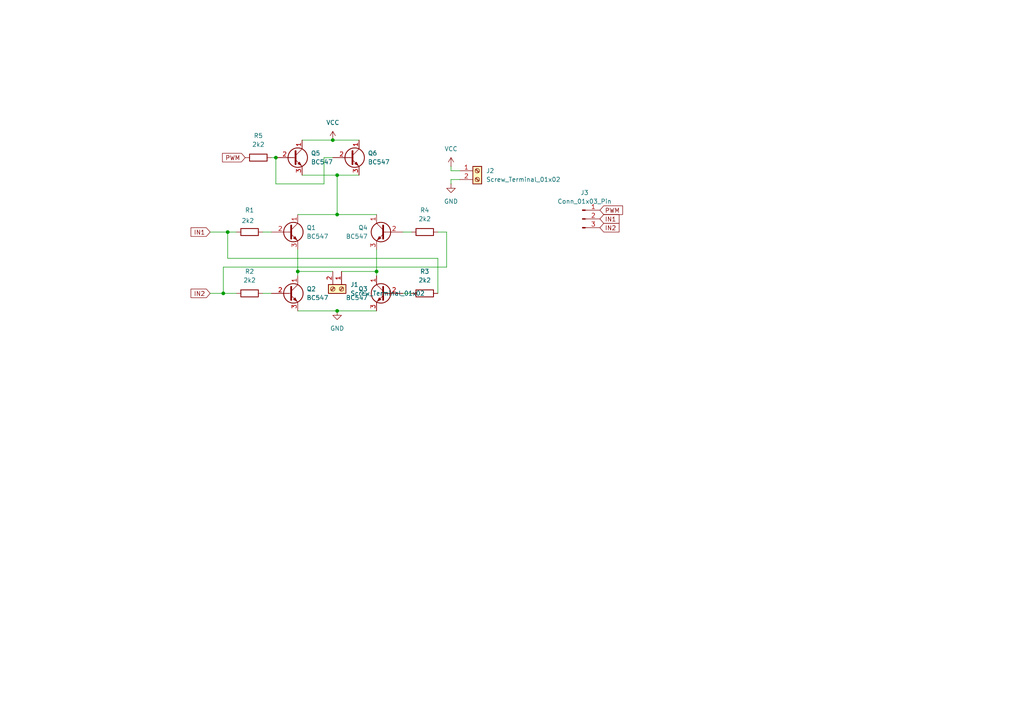
<source format=kicad_sch>
(kicad_sch (version 20231120) (generator "eeschema") (generator_version "8.0")
  (paper "A4")
  (lib_symbols
    (symbol "Connector:Conn_01x03_Pin" (pin_names (offset 1.016) hide)
      (property "Reference" "J" (at 0 5.08 0))
      (property "Value" "Conn_01x03_Pin" (at 0 -5.08 0))
      (symbol "Conn_01x03_Pin_1_1"
        (polyline (pts (xy 1.27 -2.54) (xy 0.8636 -2.54)) (stroke (width 0.1524)))
        (polyline (pts (xy 1.27 0) (xy 0.8636 0)) (stroke (width 0.1524)))
        (polyline (pts (xy 1.27 2.54) (xy 0.8636 2.54)) (stroke (width 0.1524)))
        (rectangle (start 0.8636 -2.413) (end 0 -2.667) (stroke (width 0.1524)) (fill (type outline)))
        (rectangle (start 0.8636 0.127) (end 0 -0.127) (stroke (width 0.1524)) (fill (type outline)))
        (rectangle (start 0.8636 2.667) (end 0 2.413) (stroke (width 0.1524)) (fill (type outline)))
        (pin passive line (at 5.08 2.54 180) (length 3.81) (name "Pin_1") (number "1"))
        (pin passive line (at 5.08 0 180) (length 3.81) (name "Pin_2") (number "2"))
        (pin passive line (at 5.08 -2.54 180) (length 3.81) (name "Pin_3") (number "3"))
      )
    )
    (symbol "Connector:Screw_Terminal_01x02" (pin_names (offset 1.016) hide)
      (property "Reference" "J" (at 0 2.54 0))
      (property "Value" "Screw_Terminal_01x02" (at 0 -5.08 0))
      (symbol "Screw_Terminal_01x02_1_1"
        (rectangle (start -1.27 1.27) (end 1.27 -3.81) (stroke (width 0.254)) (fill (type background)))
        (circle (center 0 -2.54) (radius 0.635) (stroke (width 0.1524)))
        (polyline (pts (xy -0.5334 -2.2098) (xy 0.3302 -3.048)) (stroke (width 0.1524)))
        (polyline (pts (xy -0.5334 0.3302) (xy 0.3302 -0.508)) (stroke (width 0.1524)))
        (polyline (pts (xy -0.3556 -2.032) (xy 0.508 -2.8702)) (stroke (width 0.1524)))
        (polyline (pts (xy -0.3556 0.508) (xy 0.508 -0.3302)) (stroke (width 0.1524)))
        (circle (center 0 0) (radius 0.635) (stroke (width 0.1524)))
        (pin passive line (at -5.08 0 0) (length 3.81) (name "Pin_1") (number "1"))
        (pin passive line (at -5.08 -2.54 0) (length 3.81) (name "Pin_2") (number "2"))
      )
    )
    (symbol "Device:R" (pin_numbers hide) (pin_names (offset 0))
      (property "Reference" "R" (at 2.032 0 90))
      (property "Value" "R" (at 0 0 90))
      (symbol "R_0_1"
        (rectangle (start -1.016 -2.54) (end 1.016 2.54) (stroke (width 0.254)))
      )
      (symbol "R_1_1"
        (pin passive line (at 0 3.81 270) (length 1.27) (name "~") (number "1"))
        (pin passive line (at 0 -3.81 90) (length 1.27) (name "~") (number "2"))
      )
    )
    (symbol "Transistor_BJT:BC547" (pin_names (offset 0) hide)
      (property "Reference" "Q" (at 5.08 1.905 0))
      (property "Value" "BC547" (at 5.08 0 0))
      (symbol "BC547_0_1"
        (polyline (pts (xy 0 0) (xy 0.635 0)))
        (polyline (pts (xy 0.635 0.635) (xy 2.54 2.54)))
        (polyline (pts (xy 0.635 -0.635) (xy 2.54 -2.54) (xy 2.54 -2.54)))
        (polyline (pts (xy 0.635 1.905) (xy 0.635 -1.905) (xy 0.635 -1.905)) (stroke (width 0.508)))
        (polyline (pts (xy 1.27 -1.778) (xy 1.778 -1.27) (xy 2.286 -2.286) (xy 1.27 -1.778) (xy 1.27 -1.778)) (fill (type outline)))
        (circle (center 1.27 0) (radius 2.8194) (stroke (width 0.254)))
      )
      (symbol "BC547_1_1"
        (pin passive line (at 2.54 5.08 270) (length 2.54) (name "C") (number "1"))
        (pin input line (at -5.08 0 0) (length 5.08) (name "B") (number "2"))
        (pin passive line (at 2.54 -5.08 90) (length 2.54) (name "E") (number "3"))
      )
    )
    (symbol "power:GND" (power) (pin_numbers hide) (pin_names (offset 0) hide)
      (property "Value" "GND" (at 0 -3.81 0))
      (symbol "GND_0_1"
        (polyline (pts (xy 0 0) (xy 0 -1.27) (xy 1.27 -1.27) (xy 0 -2.54) (xy -1.27 -1.27) (xy 0 -1.27)))
      )
      (symbol "GND_1_1"
        (pin power_in line (at 0 0 270) (length 0) (name "~") (number "1"))
      )
    )
    (symbol "power:VCC" (power) (pin_numbers hide) (pin_names (offset 0) hide)
      (property "Value" "VCC" (at 0 3.556 0))
      (symbol "VCC_0_1"
        (polyline (pts (xy -0.762 1.27) (xy 0 2.54)))
        (polyline (pts (xy 0 0) (xy 0 2.54)))
        (polyline (pts (xy 0 2.54) (xy 0.762 1.27)))
      )
      (symbol "VCC_1_1"
        (pin power_in line (at 0 0 90) (length 0) (name "~") (number "1"))
      )
    )
  )
  (junction (at 97.79 62.23))
  (junction (at 97.79 50.8))
  (junction (at 64.77 85.09))
  (junction (at 96.52 40.64))
  (junction (at 66.04 67.31))
  (junction (at 109.22 78.74))
  (junction (at 97.79 90.17))
  (junction (at 86.36 78.74))
  (junction (at 80.01 45.72))
  (wire (pts (xy 133.35 52.07) (xy 130.81 52.07)))
  (wire (pts (xy 97.79 90.17) (xy 109.22 90.17)))
  (wire (pts (xy 96.52 45.72) (xy 93.98 45.72)))
  (wire (pts (xy 97.79 50.8) (xy 104.14 50.8)))
  (wire (pts (xy 64.77 85.09) (xy 64.77 77.47)))
  (wire (pts (xy 109.22 78.74) (xy 109.22 80.01)))
  (wire (pts (xy 87.63 40.64) (xy 96.52 40.64)))
  (wire (pts (xy 109.22 72.39) (xy 109.22 78.74)))
  (wire (pts (xy 129.54 77.47) (xy 129.54 67.31)))
  (wire (pts (xy 129.54 67.31) (xy 127 67.31)))
  (wire (pts (xy 86.36 72.39) (xy 86.36 78.74)))
  (wire (pts (xy 93.98 53.34) (xy 80.01 53.34)))
  (wire (pts (xy 64.77 77.47) (xy 129.54 77.47)))
  (wire (pts (xy 60.96 67.31) (xy 66.04 67.31)))
  (wire (pts (xy 130.81 49.53) (xy 130.81 48.26)))
  (wire (pts (xy 97.79 62.23) (xy 109.22 62.23)))
  (wire (pts (xy 66.04 67.31) (xy 68.58 67.31)))
  (wire (pts (xy 127 74.93) (xy 66.04 74.93)))
  (wire (pts (xy 97.79 50.8) (xy 97.79 62.23)))
  (wire (pts (xy 76.2 85.09) (xy 78.74 85.09)))
  (wire (pts (xy 80.01 53.34) (xy 80.01 45.72)))
  (wire (pts (xy 60.96 85.09) (xy 64.77 85.09)))
  (wire (pts (xy 86.36 78.74) (xy 96.52 78.74)))
  (wire (pts (xy 64.77 85.09) (xy 68.58 85.09)))
  (wire (pts (xy 86.36 62.23) (xy 97.79 62.23)))
  (wire (pts (xy 86.36 78.74) (xy 86.36 80.01)))
  (wire (pts (xy 116.84 67.31) (xy 119.38 67.31)))
  (wire (pts (xy 78.74 45.72) (xy 80.01 45.72)))
  (wire (pts (xy 87.63 50.8) (xy 97.79 50.8)))
  (wire (pts (xy 127 85.09) (xy 127 74.93)))
  (wire (pts (xy 86.36 90.17) (xy 97.79 90.17)))
  (wire (pts (xy 93.98 45.72) (xy 93.98 53.34)))
  (wire (pts (xy 66.04 74.93) (xy 66.04 67.31)))
  (wire (pts (xy 76.2 67.31) (xy 78.74 67.31)))
  (wire (pts (xy 99.06 78.74) (xy 109.22 78.74)))
  (wire (pts (xy 116.84 85.09) (xy 119.38 85.09)))
  (wire (pts (xy 133.35 49.53) (xy 130.81 49.53)))
  (wire (pts (xy 96.52 40.64) (xy 104.14 40.64)))
  (wire (pts (xy 130.81 52.07) (xy 130.81 53.34)))
  (global_label "PWM" (shape input) (at 173.99 60.96 0) (property "Intersheetrefs" "${INTERSHEET_REFS}" (effects (hide yes))))
  (global_label "PWM" (shape input) (at 71.12 45.72 180) (property "Intersheetrefs" "${INTERSHEET_REFS}" (effects (hide yes))))
  (global_label "IN1" (shape input) (at 60.96 67.31 180) (property "Intersheetrefs" "${INTERSHEET_REFS}" (effects (hide yes))))
  (global_label "IN1" (shape input) (at 173.99 63.5 0) (property "Intersheetrefs" "${INTERSHEET_REFS}" (effects (hide yes))))
  (global_label "IN2" (shape input) (at 60.96 85.09 180) (property "Intersheetrefs" "${INTERSHEET_REFS}" (effects (hide yes))))
  (global_label "IN2" (shape input) (at 173.99 66.04 0) (property "Intersheetrefs" "${INTERSHEET_REFS}" (effects (hide yes))))
  (symbol (lib_id "power:GND") (at 130.81 53.34 0) (unit 1)
    (property "Reference" "#PWR04" (effects (hide yes)))
    (property "Value" "GND" (at 130.81 58.42 0))
    (property "Description" "Power symbol creates a global label with name \"GND\" , ground" (effects (hide yes)))
  )
  (symbol (lib_id "Device:R") (at 74.93 45.72 90) (unit 1)
    (property "Reference" "R5" (at 74.93 39.37 90))
    (property "Value" "2k2" (at 74.93 41.91 90))
    (property "Footprint" "Resistor_THT:R_Axial_DIN0204_L3.6mm_D1.6mm_P7.62mm_Horizontal" (effects (hide yes)))
    (property "Description" "Resistor" (effects (hide yes)))
  )
  (symbol (lib_id "power:VCC") (at 130.81 48.26 0) (unit 1)
    (property "Reference" "#PWR03" (effects (hide yes)))
    (property "Value" "VCC" (at 130.81 43.18 0))
    (property "Description" "Power symbol creates a global label with name \"VCC\"" (effects (hide yes)))
  )
  (symbol (lib_id "Transistor_BJT:BC547") (at 111.76 67.31 0) (mirror y) (unit 1)
    (property "Reference" "Q4" (at 106.68 66.0399 0) (effects (justify left)))
    (property "Value" "BC547" (at 106.68 68.5799 0) (effects (justify left)))
    (property "Footprint" "Package_TO_SOT_THT:TO-92_Inline_Wide" (effects (hide yes)))
    (property "Datasheet" "https://www.onsemi.com/pub/Collateral/BC550-D.pdf" (effects (hide yes)))
    (property "Description" "0.1A Ic, 45V Vce, Small Signal NPN Transistor, TO-92" (effects (hide yes)))
  )
  (symbol (lib_id "Transistor_BJT:BC547") (at 83.82 67.31 0) (unit 1)
    (property "Reference" "Q1" (at 88.9 66.0399 0) (effects (justify left)))
    (property "Value" "BC547" (at 88.9 68.5799 0) (effects (justify left)))
    (property "Footprint" "Package_TO_SOT_THT:TO-92_Inline_Wide" (effects (hide yes)))
    (property "Datasheet" "https://www.onsemi.com/pub/Collateral/BC550-D.pdf" (effects (hide yes)))
    (property "Description" "0.1A Ic, 45V Vce, Small Signal NPN Transistor, TO-92" (effects (hide yes)))
  )
  (symbol (lib_id "Transistor_BJT:BC547") (at 101.6 45.72 0) (unit 1)
    (property "Reference" "Q6" (at 106.68 44.4499 0) (effects (justify left)))
    (property "Value" "BC547" (at 106.68 46.9899 0) (effects (justify left)))
    (property "Footprint" "Package_TO_SOT_THT:TO-92_Inline_Wide" (effects (hide yes)))
    (property "Datasheet" "https://www.onsemi.com/pub/Collateral/BC550-D.pdf" (effects (hide yes)))
    (property "Description" "0.1A Ic, 45V Vce, Small Signal NPN Transistor, TO-92" (effects (hide yes)))
  )
  (symbol (lib_id "power:GND") (at 97.79 90.17 0) (unit 1)
    (property "Reference" "#PWR02" (effects (hide yes)))
    (property "Value" "GND" (at 97.79 95.25 0))
    (property "Description" "Power symbol creates a global label with name \"GND\" , ground" (effects (hide yes)))
  )
  (symbol (lib_id "Transistor_BJT:BC547") (at 83.82 85.09 0) (unit 1)
    (property "Reference" "Q2" (at 88.9 83.8199 0) (effects (justify left)))
    (property "Value" "BC547" (at 88.9 86.3599 0) (effects (justify left)))
    (property "Footprint" "Package_TO_SOT_THT:TO-92_Inline_Wide" (effects (hide yes)))
    (property "Datasheet" "https://www.onsemi.com/pub/Collateral/BC550-D.pdf" (effects (hide yes)))
    (property "Description" "0.1A Ic, 45V Vce, Small Signal NPN Transistor, TO-92" (effects (hide yes)))
  )
  (symbol (lib_id "Device:R") (at 123.19 85.09 90) (unit 1)
    (property "Reference" "R3" (at 123.19 78.74 90))
    (property "Value" "2k2" (at 123.19 81.28 90))
    (property "Footprint" "Resistor_THT:R_Axial_DIN0204_L3.6mm_D1.6mm_P7.62mm_Horizontal" (effects (hide yes)))
    (property "Description" "Resistor" (effects (hide yes)))
  )
  (symbol (lib_id "Transistor_BJT:BC547") (at 85.09 45.72 0) (unit 1)
    (property "Reference" "Q5" (at 90.17 44.4499 0) (effects (justify left)))
    (property "Value" "BC547" (at 90.17 46.9899 0) (effects (justify left)))
    (property "Footprint" "Package_TO_SOT_THT:TO-92_Inline_Wide" (effects (hide yes)))
    (property "Datasheet" "https://www.onsemi.com/pub/Collateral/BC550-D.pdf" (effects (hide yes)))
    (property "Description" "0.1A Ic, 45V Vce, Small Signal NPN Transistor, TO-92" (effects (hide yes)))
  )
  (symbol (lib_id "Device:R") (at 72.39 67.31 90) (unit 1)
    (property "Reference" "R1" (at 72.39 60.96 90))
    (property "Value" "2k2" (at 71.882 64.008 90))
    (property "Footprint" "Resistor_THT:R_Axial_DIN0204_L3.6mm_D1.6mm_P7.62mm_Horizontal" (effects (hide yes)))
    (property "Description" "Resistor" (effects (hide yes)))
  )
  (symbol (lib_id "power:VCC") (at 96.52 40.64 0) (unit 1)
    (property "Reference" "#PWR01" (effects (hide yes)))
    (property "Value" "VCC" (at 96.52 35.56 0))
    (property "Description" "Power symbol creates a global label with name \"VCC\"" (effects (hide yes)))
  )
  (symbol (lib_id "Device:R") (at 72.39 85.09 90) (unit 1)
    (property "Reference" "R2" (at 72.39 78.74 90))
    (property "Value" "2k2" (at 72.39 81.28 90))
    (property "Footprint" "Resistor_THT:R_Axial_DIN0204_L3.6mm_D1.6mm_P7.62mm_Horizontal" (effects (hide yes)))
    (property "Description" "Resistor" (effects (hide yes)))
  )
  (symbol (lib_id "Connector:Screw_Terminal_01x02") (at 138.43 49.53 0) (unit 1)
    (property "Reference" "J2" (at 140.97 49.5299 0) (effects (justify left)))
    (property "Value" "Screw_Terminal_01x02" (at 140.97 52.0699 0) (effects (justify left)))
    (property "Footprint" "TerminalBlock:TerminalBlock_bornier-2_P5.08mm" (effects (hide yes)))
    (property "Description" "Generic screw terminal, single row, 01x02, script generated (kicad-library-utils/schlib/autogen/connector/)" (effects (hide yes)))
  )
  (symbol (lib_id "Device:R") (at 123.19 67.31 90) (unit 1)
    (property "Reference" "R4" (at 123.19 60.96 90))
    (property "Value" "2k2" (at 123.19 63.5 90))
    (property "Footprint" "Resistor_THT:R_Axial_DIN0204_L3.6mm_D1.6mm_P7.62mm_Horizontal" (effects (hide yes)))
    (property "Description" "Resistor" (effects (hide yes)))
  )
  (symbol (lib_id "Connector:Screw_Terminal_01x02") (at 99.06 83.82 270) (unit 1)
    (property "Reference" "J1" (at 101.6 82.5499 90) (effects (justify left)))
    (property "Value" "Screw_Terminal_01x02" (at 101.6 85.0899 90) (effects (justify left)))
    (property "Footprint" "TerminalBlock:TerminalBlock_bornier-2_P5.08mm" (effects (hide yes)))
    (property "Description" "Generic screw terminal, single row, 01x02, script generated (kicad-library-utils/schlib/autogen/connector/)" (effects (hide yes)))
  )
  (symbol (lib_id "Connector:Conn_01x03_Pin") (at 168.91 63.5 0) (unit 1)
    (property "Reference" "J3" (at 169.545 55.88 0))
    (property "Value" "Conn_01x03_Pin" (at 169.545 58.42 0))
    (property "Footprint" "Connector_PinHeader_2.54mm:PinHeader_1x03_P2.54mm_Vertical" (effects (hide yes)))
    (property "Description" "Generic connector, single row, 01x03, script generated" (effects (hide yes)))
  )
  (symbol (lib_id "Transistor_BJT:BC547") (at 111.76 85.09 0) (mirror y) (unit 1)
    (property "Reference" "Q3" (at 106.68 83.8199 0) (effects (justify left)))
    (property "Value" "BC547" (at 106.68 86.3599 0) (effects (justify left)))
    (property "Footprint" "Package_TO_SOT_THT:TO-92_Inline_Wide" (effects (hide yes)))
    (property "Datasheet" "https://www.onsemi.com/pub/Collateral/BC550-D.pdf" (effects (hide yes)))
    (property "Description" "0.1A Ic, 45V Vce, Small Signal NPN Transistor, TO-92" (effects (hide yes)))
  )
)
</source>
